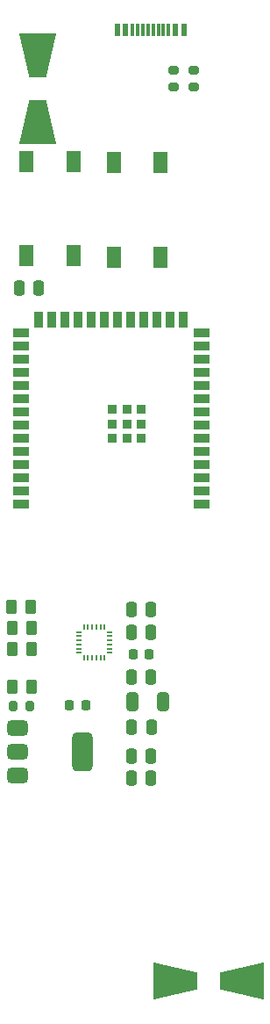
<source format=gtp>
G04 #@! TF.GenerationSoftware,KiCad,Pcbnew,9.0.0*
G04 #@! TF.CreationDate,2025-04-10T20:16:32-07:00*
G04 #@! TF.ProjectId,ESP32_S2_SOLO_N4 Kicad Reference Design,45535033-325f-4533-925f-534f4c4f5f4e,rev?*
G04 #@! TF.SameCoordinates,Original*
G04 #@! TF.FileFunction,Paste,Top*
G04 #@! TF.FilePolarity,Positive*
%FSLAX46Y46*%
G04 Gerber Fmt 4.6, Leading zero omitted, Abs format (unit mm)*
G04 Created by KiCad (PCBNEW 9.0.0) date 2025-04-10 20:16:32*
%MOMM*%
%LPD*%
G01*
G04 APERTURE LIST*
G04 Aperture macros list*
%AMRoundRect*
0 Rectangle with rounded corners*
0 $1 Rounding radius*
0 $2 $3 $4 $5 $6 $7 $8 $9 X,Y pos of 4 corners*
0 Add a 4 corners polygon primitive as box body*
4,1,4,$2,$3,$4,$5,$6,$7,$8,$9,$2,$3,0*
0 Add four circle primitives for the rounded corners*
1,1,$1+$1,$2,$3*
1,1,$1+$1,$4,$5*
1,1,$1+$1,$6,$7*
1,1,$1+$1,$8,$9*
0 Add four rect primitives between the rounded corners*
20,1,$1+$1,$2,$3,$4,$5,0*
20,1,$1+$1,$4,$5,$6,$7,0*
20,1,$1+$1,$6,$7,$8,$9,0*
20,1,$1+$1,$8,$9,$2,$3,0*%
%AMOutline4P*
0 Free polygon, 4 corners , with rotation*
0 The origin of the aperture is its center*
0 number of corners: always 4*
0 $1 to $8 corner X, Y*
0 $9 Rotation angle, in degrees counterclockwise*
0 create outline with 4 corners*
4,1,4,$1,$2,$3,$4,$5,$6,$7,$8,$1,$2,$9*%
G04 Aperture macros list end*
%ADD10RoundRect,0.250000X0.325000X0.650000X-0.325000X0.650000X-0.325000X-0.650000X0.325000X-0.650000X0*%
%ADD11RoundRect,0.225000X-0.225000X-0.250000X0.225000X-0.250000X0.225000X0.250000X-0.225000X0.250000X0*%
%ADD12R,1.400000X2.100000*%
%ADD13RoundRect,0.050000X-0.225000X-0.050000X0.225000X-0.050000X0.225000X0.050000X-0.225000X0.050000X0*%
%ADD14RoundRect,0.050000X0.050000X-0.225000X0.050000X0.225000X-0.050000X0.225000X-0.050000X-0.225000X0*%
%ADD15RoundRect,0.250000X-0.250000X-0.475000X0.250000X-0.475000X0.250000X0.475000X-0.250000X0.475000X0*%
%ADD16RoundRect,0.250000X-0.262500X-0.450000X0.262500X-0.450000X0.262500X0.450000X-0.262500X0.450000X0*%
%ADD17RoundRect,0.200000X-0.200000X-0.275000X0.200000X-0.275000X0.200000X0.275000X-0.200000X0.275000X0*%
%ADD18RoundRect,0.200000X0.275000X-0.200000X0.275000X0.200000X-0.275000X0.200000X-0.275000X-0.200000X0*%
%ADD19Outline4P,-2.150000X-1.800000X2.150000X-0.800000X2.150000X0.800000X-2.150000X1.800000X0.000000*%
%ADD20Outline4P,-2.150000X-1.800000X2.150000X-0.800000X2.150000X0.800000X-2.150000X1.800000X180.000000*%
%ADD21RoundRect,0.250000X0.250000X0.475000X-0.250000X0.475000X-0.250000X-0.475000X0.250000X-0.475000X0*%
%ADD22RoundRect,0.250000X0.262500X0.450000X-0.262500X0.450000X-0.262500X-0.450000X0.262500X-0.450000X0*%
%ADD23R,1.500000X0.900000*%
%ADD24R,0.900000X1.500000*%
%ADD25R,0.900000X0.900000*%
%ADD26R,0.600000X1.150000*%
%ADD27R,0.300000X1.150000*%
%ADD28RoundRect,0.218750X0.218750X0.256250X-0.218750X0.256250X-0.218750X-0.256250X0.218750X-0.256250X0*%
%ADD29RoundRect,0.375000X-0.625000X-0.375000X0.625000X-0.375000X0.625000X0.375000X-0.625000X0.375000X0*%
%ADD30RoundRect,0.500000X-0.500000X-1.400000X0.500000X-1.400000X0.500000X1.400000X-0.500000X1.400000X0*%
%ADD31Outline4P,-2.150000X-1.800000X2.150000X-0.800000X2.150000X0.800000X-2.150000X1.800000X90.000000*%
%ADD32Outline4P,-2.150000X-1.800000X2.150000X-0.800000X2.150000X0.800000X-2.150000X1.800000X270.000000*%
%ADD33RoundRect,0.200000X-0.275000X0.200000X-0.275000X-0.200000X0.275000X-0.200000X0.275000X0.200000X0*%
G04 APERTURE END LIST*
D10*
X81690000Y-132359400D03*
X78740000Y-132359400D03*
D11*
X78793000Y-127798286D03*
X80343000Y-127798286D03*
D12*
X76962000Y-89488500D03*
X81462000Y-89488500D03*
X76962000Y-80388500D03*
X81462000Y-80388500D03*
D13*
X73557000Y-125619000D03*
X73557000Y-126019000D03*
X73557000Y-126419000D03*
X73557000Y-126819000D03*
X73557000Y-127219000D03*
X73557000Y-127619000D03*
D14*
X74057000Y-128119000D03*
X74457000Y-128119000D03*
X74857000Y-128119000D03*
X75257000Y-128119000D03*
X75657000Y-128119000D03*
X76057000Y-128119000D03*
D13*
X76557000Y-127619000D03*
X76557000Y-127219000D03*
X76557000Y-126819000D03*
X76557000Y-126419000D03*
X76557000Y-126019000D03*
X76557000Y-125619000D03*
D14*
X76057000Y-125119000D03*
X75657000Y-125119000D03*
X75257000Y-125119000D03*
X74857000Y-125119000D03*
X74457000Y-125119000D03*
X74057000Y-125119000D03*
D15*
X78618000Y-125621143D03*
X80518000Y-125621143D03*
X78643400Y-139674600D03*
X80543400Y-139674600D03*
D16*
X67136000Y-125222000D03*
X68961000Y-125222000D03*
D17*
X67223500Y-132791200D03*
X68873500Y-132791200D03*
D18*
X84654600Y-73100200D03*
X84654600Y-71450200D03*
D19*
X82881000Y-159258000D03*
D20*
X89281000Y-159258000D03*
D21*
X80563800Y-134797800D03*
X78663800Y-134797800D03*
X69718000Y-92456000D03*
X67818000Y-92456000D03*
D22*
X68961000Y-130886200D03*
X67136000Y-130886200D03*
D23*
X85445000Y-113284000D03*
X85445000Y-112014000D03*
X85445000Y-110744000D03*
X85445000Y-109474000D03*
X85445000Y-108204000D03*
X85445000Y-106934000D03*
X85445000Y-105664000D03*
X85445000Y-104394000D03*
X85445000Y-103124000D03*
X85445000Y-101854000D03*
X85445000Y-100584000D03*
X85445000Y-99314000D03*
X85445000Y-98044000D03*
X85445000Y-96774000D03*
D24*
X83680000Y-95524000D03*
X82410000Y-95524000D03*
X81140000Y-95524000D03*
X79870000Y-95524000D03*
X78600000Y-95524000D03*
X77330000Y-95524000D03*
X76060000Y-95524000D03*
X74790000Y-95524000D03*
X73520000Y-95524000D03*
X72250000Y-95524000D03*
X70980000Y-95524000D03*
X69710000Y-95524000D03*
D23*
X67945000Y-96774000D03*
X67945000Y-98044000D03*
X67945000Y-99314000D03*
X67945000Y-100584000D03*
X67945000Y-101854000D03*
X67945000Y-103124000D03*
X67945000Y-104394000D03*
X67945000Y-105664000D03*
X67945000Y-106934000D03*
X67945000Y-108204000D03*
X67945000Y-109474000D03*
X67945000Y-110744000D03*
X67945000Y-112014000D03*
X67945000Y-113284000D03*
D25*
X79595000Y-106964000D03*
X79595000Y-105564000D03*
X79595000Y-104164000D03*
X78195000Y-106964000D03*
X78195000Y-105564000D03*
X78195000Y-104164000D03*
X76795000Y-106964000D03*
X76795000Y-105564000D03*
X76795000Y-104164000D03*
D26*
X83694600Y-67569200D03*
X82894600Y-67569200D03*
D27*
X81744600Y-67569200D03*
X80744600Y-67569200D03*
X80244600Y-67569200D03*
X79244600Y-67569200D03*
D26*
X77294600Y-67569200D03*
X78094600Y-67569200D03*
D27*
X78744600Y-67569200D03*
X79744600Y-67569200D03*
X81244600Y-67569200D03*
X82244600Y-67569200D03*
D12*
X68525000Y-89361500D03*
X73025000Y-89361500D03*
X68525000Y-80261500D03*
X73025000Y-80261500D03*
D16*
X67136000Y-127254000D03*
X68961000Y-127254000D03*
D28*
X74255000Y-132664200D03*
X72680000Y-132664200D03*
D15*
X78638400Y-137566400D03*
X80538400Y-137566400D03*
D16*
X67089000Y-123190000D03*
X68914000Y-123190000D03*
D29*
X67639400Y-134860000D03*
X67639400Y-137160000D03*
D30*
X73939400Y-137160000D03*
D29*
X67639400Y-139460000D03*
D15*
X78618000Y-129975429D03*
X80518000Y-129975429D03*
D21*
X80518000Y-123444000D03*
X78618000Y-123444000D03*
D31*
X69596000Y-76454000D03*
D32*
X69596000Y-70054000D03*
D33*
X82749600Y-71425800D03*
X82749600Y-73075800D03*
M02*

</source>
